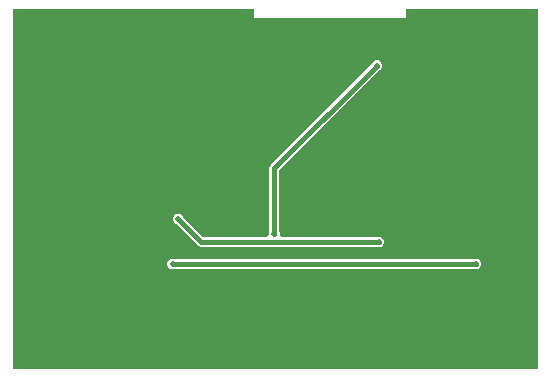
<source format=gbl>
G04*
G04 #@! TF.GenerationSoftware,Altium Limited,Altium Designer,25.4.2 (15)*
G04*
G04 Layer_Physical_Order=4*
G04 Layer_Color=16711680*
%FSLAX44Y44*%
%MOMM*%
G71*
G04*
G04 #@! TF.SameCoordinates,122F49FF-69CD-467C-8DFD-42ED72D14C47*
G04*
G04*
G04 #@! TF.FilePolarity,Positive*
G04*
G01*
G75*
%ADD25C,0.3810*%
%ADD26C,0.5080*%
G36*
X444500Y0D02*
X0D01*
Y304800D01*
X203661D01*
Y299050D01*
X203819Y298257D01*
X204268Y297585D01*
X204940Y297136D01*
X205733Y296978D01*
X330733D01*
X331525Y297136D01*
X332198Y297585D01*
X332647Y298257D01*
X332804Y299050D01*
Y304800D01*
X444500D01*
Y0D01*
D02*
G37*
%LPC*%
G36*
X308757Y261366D02*
X306939D01*
X305258Y260670D01*
X303972Y259384D01*
X303414Y258037D01*
X218142Y172764D01*
X217271Y171462D01*
X216966Y169926D01*
Y116556D01*
X216408Y115209D01*
Y113391D01*
X214460Y111456D01*
X160921D01*
X144134Y128243D01*
X143576Y129590D01*
X142290Y130876D01*
X140609Y131572D01*
X138791D01*
X137110Y130876D01*
X135824Y129590D01*
X135128Y127909D01*
Y126091D01*
X135824Y124410D01*
X137110Y123124D01*
X138457Y122566D01*
X156420Y104604D01*
X157722Y103733D01*
X159258Y103428D01*
X307116D01*
X308463Y102870D01*
X310281D01*
X311962Y103566D01*
X313248Y104852D01*
X313944Y106533D01*
Y108351D01*
X313248Y110032D01*
X311962Y111318D01*
X310281Y112014D01*
X308463D01*
X307116Y111456D01*
X227500D01*
X225552Y113391D01*
Y115209D01*
X224994Y116556D01*
Y168263D01*
X309091Y252360D01*
X310438Y252918D01*
X311724Y254204D01*
X312420Y255885D01*
Y257703D01*
X311724Y259384D01*
X310438Y260670D01*
X308757Y261366D01*
D02*
G37*
G36*
X392659Y93472D02*
X390840D01*
X389494Y92914D01*
X137384D01*
X136037Y93472D01*
X134219D01*
X132538Y92776D01*
X131252Y91490D01*
X130556Y89809D01*
Y87991D01*
X131252Y86310D01*
X132538Y85024D01*
X134219Y84328D01*
X136037D01*
X137384Y84886D01*
X389494D01*
X390840Y84328D01*
X392659D01*
X394340Y85024D01*
X395626Y86310D01*
X396322Y87991D01*
Y89809D01*
X395626Y91490D01*
X394340Y92776D01*
X392659Y93472D01*
D02*
G37*
%LPD*%
D25*
X139700Y127000D02*
X159258Y107442D01*
X220980Y169926D02*
X307848Y256794D01*
X220980Y114300D02*
Y169926D01*
X135128Y88900D02*
X391750D01*
X159258Y107442D02*
X309372D01*
D26*
X139700Y127000D02*
D03*
X307848Y256794D02*
D03*
X391750Y88900D02*
D03*
X135128D02*
D03*
X309372Y107442D02*
D03*
X220980Y114300D02*
D03*
M02*

</source>
